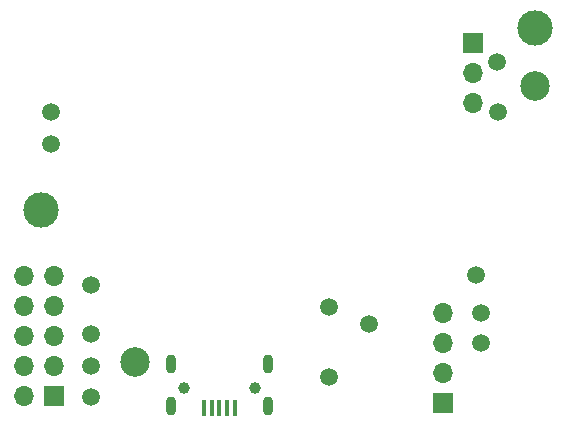
<source format=gbr>
%TF.GenerationSoftware,KiCad,Pcbnew,(5.1.10-1-10_14)*%
%TF.CreationDate,2021-07-23T11:32:30+02:00*%
%TF.ProjectId,WiredSEK,57697265-6453-4454-9b2e-6b696361645f,rev?*%
%TF.SameCoordinates,Original*%
%TF.FileFunction,Soldermask,Bot*%
%TF.FilePolarity,Negative*%
%FSLAX46Y46*%
G04 Gerber Fmt 4.6, Leading zero omitted, Abs format (unit mm)*
G04 Created by KiCad (PCBNEW (5.1.10-1-10_14)) date 2021-07-23 11:32:30*
%MOMM*%
%LPD*%
G01*
G04 APERTURE LIST*
%ADD10C,1.500000*%
%ADD11R,0.400000X1.400000*%
%ADD12O,0.900000X1.600000*%
%ADD13C,1.000000*%
%ADD14O,1.700000X1.700000*%
%ADD15R,1.700000X1.700000*%
%ADD16C,3.000000*%
%ADD17C,2.500000*%
G04 APERTURE END LIST*
D10*
%TO.C,TP7*%
X100100000Y-70000000D03*
%TD*%
D11*
%TO.C,J2*%
X88750000Y-77050000D03*
X88100000Y-77050000D03*
X87450000Y-77050000D03*
X86800000Y-77050000D03*
X86150000Y-77050000D03*
D12*
X91550000Y-73400000D03*
X83350000Y-73400000D03*
X83350000Y-76950000D03*
X91550000Y-76950000D03*
D13*
X84450000Y-75350000D03*
X90450000Y-75350000D03*
%TD*%
D14*
%TO.C,J4*%
X108950000Y-51280000D03*
X108950000Y-48740000D03*
D15*
X108950000Y-46200000D03*
%TD*%
D10*
%TO.C,TP15*%
X96700000Y-74500000D03*
%TD*%
%TO.C,TP14*%
X96700000Y-68550000D03*
%TD*%
%TO.C,TP13*%
X110950000Y-47800000D03*
%TD*%
%TO.C,TP12*%
X111000000Y-52050000D03*
%TD*%
%TO.C,TP11*%
X76550000Y-66700000D03*
%TD*%
%TO.C,TP10*%
X76550000Y-73500000D03*
%TD*%
%TO.C,TP9*%
X76550000Y-70850000D03*
%TD*%
%TO.C,TP8*%
X76550000Y-76150000D03*
%TD*%
%TO.C,TP5*%
X109550000Y-71600000D03*
%TD*%
%TO.C,TP4*%
X109550000Y-69050000D03*
%TD*%
%TO.C,TP3*%
X109200000Y-65800000D03*
%TD*%
%TO.C,TP2*%
X73200000Y-54700000D03*
%TD*%
%TO.C,TP1*%
X73200000Y-52000000D03*
%TD*%
D14*
%TO.C,J5*%
X106400000Y-69080000D03*
X106400000Y-71620000D03*
X106400000Y-74160000D03*
D15*
X106400000Y-76700000D03*
%TD*%
D14*
%TO.C,J3*%
X70860000Y-65890000D03*
X73400000Y-65890000D03*
X70860000Y-68430000D03*
X73400000Y-68430000D03*
X70860000Y-70970000D03*
X73400000Y-70970000D03*
X70860000Y-73510000D03*
X73400000Y-73510000D03*
X70860000Y-76050000D03*
D15*
X73400000Y-76050000D03*
%TD*%
D16*
%TO.C,H2*%
X72300000Y-60300000D03*
%TD*%
D17*
%TO.C,H4*%
X80300000Y-73200000D03*
%TD*%
%TO.C,H3*%
X114200000Y-49800000D03*
%TD*%
D16*
%TO.C,H1*%
X114200000Y-44900000D03*
%TD*%
M02*

</source>
